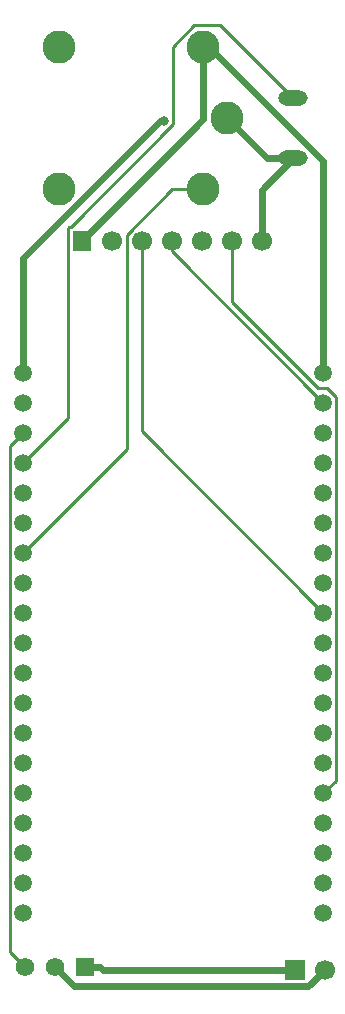
<source format=gbl>
G04 Layer: BottomLayer*
G04 EasyEDA v6.5.47, 2024-10-28 03:20:38*
G04 309fc15a7aae42b18f401f2aeeeb71d8,d1a2f3594b844fcea760d271ff29be0f,10*
G04 Gerber Generator version 0.2*
G04 Scale: 100 percent, Rotated: No, Reflected: No *
G04 Dimensions in millimeters *
G04 leading zeros omitted , absolute positions ,4 integer and 5 decimal *
%FSLAX45Y45*%
%MOMM*%

%ADD10C,0.6000*%
%ADD11C,0.2540*%
%ADD12C,2.7940*%
%ADD13O,2.4999949999999997X1.2999974*%
%ADD14C,1.5000*%
%ADD15C,1.7000*%
%ADD16R,1.5748X1.7000*%
%ADD17C,1.5748*%
%ADD18R,1.5748X1.5748*%
%ADD19R,1.7000X1.7000*%
%ADD20C,0.8100*%

%LPD*%
D10*
X5130810Y9842492D02*
G01*
X5130810Y11634817D01*
X4164136Y12601491D01*
X4116816Y12601491D01*
X3086110Y10960092D02*
G01*
X4116816Y11990798D01*
X4116816Y12601491D01*
X5143510Y4787892D02*
G01*
X5005461Y4649843D01*
X3020959Y4649843D01*
X2857510Y4813292D01*
D11*
X3594110Y10960092D02*
G01*
X3594110Y9347192D01*
X5130810Y7810492D01*
D10*
X4876810Y11658592D02*
G01*
X4659716Y11658592D01*
X4316816Y12001492D01*
X2590810Y9842492D02*
G01*
X2590810Y10819731D01*
X3749456Y11978378D01*
X3784381Y11978378D01*
X4610110Y10960092D02*
G01*
X4610110Y11391892D01*
X4876810Y11658592D01*
X3111510Y4813292D02*
G01*
X3243285Y4813292D01*
X4889510Y4787892D02*
G01*
X3268685Y4787892D01*
X3243285Y4813292D01*
D11*
X2590810Y8318492D02*
G01*
X3467110Y9194792D01*
X3467110Y11012924D01*
X3855679Y11401493D01*
X4116816Y11401493D01*
X4356110Y10960092D02*
G01*
X4356110Y10443786D01*
X5088239Y9711656D01*
X5161086Y9711656D01*
X5236474Y9636269D01*
X5236474Y6392156D01*
X5130810Y6286492D01*
X2590810Y9080492D02*
G01*
X2969905Y9459587D01*
X2969905Y11073554D01*
X2977296Y11080945D01*
X2994797Y11080945D01*
X3860632Y11946780D01*
X3860632Y12606545D01*
X4039473Y12785387D01*
X4258015Y12785387D01*
X4876810Y12166592D01*
X3848110Y10960092D02*
G01*
X3848110Y10871192D01*
X5130810Y9588492D01*
X2603510Y4813292D02*
G01*
X2477627Y4939174D01*
X2477627Y9221309D01*
X2590810Y9334492D01*
D12*
G01*
X2896793Y12601447D03*
G01*
X4316806Y12001500D03*
G01*
X4116806Y11401501D03*
G01*
X4116806Y12601498D03*
G01*
X2896793Y11401552D03*
D13*
G01*
X4876800Y12166600D03*
G01*
X4876800Y11658600D03*
D14*
G01*
X2590800Y9842500D03*
G01*
X2590800Y9588500D03*
G01*
X2590800Y9334500D03*
G01*
X2590800Y9080500D03*
G01*
X2590800Y8826500D03*
G01*
X2590800Y8572500D03*
G01*
X2590800Y8318500D03*
G01*
X2590800Y8064500D03*
G01*
X2590800Y7810500D03*
G01*
X2590800Y7556500D03*
G01*
X2590800Y7302500D03*
G01*
X2590800Y7048500D03*
G01*
X2590800Y6794500D03*
G01*
X2590800Y6540500D03*
G01*
X2590800Y6286500D03*
G01*
X2590800Y6032500D03*
G01*
X2590800Y5778500D03*
G01*
X2590800Y5524500D03*
G01*
X2590800Y5270500D03*
G01*
X5130800Y9842500D03*
G01*
X5130800Y9588500D03*
G01*
X5130800Y9334500D03*
G01*
X5130800Y9080500D03*
G01*
X5130800Y8826500D03*
G01*
X5130800Y8572500D03*
G01*
X5130800Y8318500D03*
G01*
X5130800Y8064500D03*
G01*
X5130800Y7810500D03*
G01*
X5130800Y7556500D03*
G01*
X5130800Y7302500D03*
G01*
X5130800Y7048500D03*
G01*
X5130800Y6794500D03*
G01*
X5130800Y6540500D03*
G01*
X5130800Y6286500D03*
G01*
X5130800Y6032500D03*
G01*
X5130800Y5778500D03*
G01*
X5130800Y5524500D03*
G01*
X5130800Y5270500D03*
D15*
G01*
X4610100Y10960100D03*
G01*
X4356100Y10960100D03*
G01*
X4102100Y10960100D03*
G01*
X3848100Y10960100D03*
G01*
X3594100Y10960100D03*
G01*
X3340100Y10960100D03*
D16*
G01*
X3086100Y10960100D03*
D17*
G01*
X2603500Y4813300D03*
G01*
X2857500Y4813300D03*
D18*
G01*
X3111500Y4813300D03*
D19*
G01*
X4889500Y4787900D03*
D15*
G01*
X5143500Y4787900D03*
D20*
G01*
X3784371Y11978386D03*
M02*

</source>
